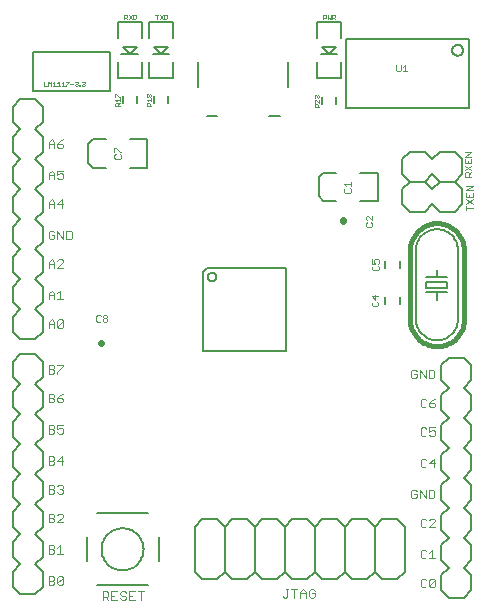
<source format=gto>
G75*
G70*
%OFA0B0*%
%FSLAX24Y24*%
%IPPOS*%
%LPD*%
%AMOC8*
5,1,8,0,0,1.08239X$1,22.5*
%
%ADD10C,0.0030*%
%ADD11C,0.0060*%
%ADD12C,0.0160*%
%ADD13C,0.0020*%
%ADD14C,0.0010*%
%ADD15C,0.0080*%
%ADD16C,0.0220*%
D10*
X001676Y000956D02*
X001821Y000956D01*
X001870Y001004D01*
X001870Y001053D01*
X001821Y001101D01*
X001676Y001101D01*
X001676Y000956D02*
X001676Y001246D01*
X001821Y001246D01*
X001870Y001198D01*
X001870Y001150D01*
X001821Y001101D01*
X001971Y001004D02*
X002164Y001198D01*
X002164Y001004D01*
X002116Y000956D01*
X002019Y000956D01*
X001971Y001004D01*
X001971Y001198D01*
X002019Y001246D01*
X002116Y001246D01*
X002164Y001198D01*
X002164Y001996D02*
X001971Y001996D01*
X002067Y001996D02*
X002067Y002286D01*
X001971Y002190D01*
X001870Y002190D02*
X001821Y002141D01*
X001676Y002141D01*
X001676Y001996D02*
X001821Y001996D01*
X001870Y002044D01*
X001870Y002093D01*
X001821Y002141D01*
X001870Y002190D02*
X001870Y002238D01*
X001821Y002286D01*
X001676Y002286D01*
X001676Y001996D01*
X001676Y003036D02*
X001821Y003036D01*
X001870Y003084D01*
X001870Y003133D01*
X001821Y003181D01*
X001676Y003181D01*
X001676Y003036D02*
X001676Y003326D01*
X001821Y003326D01*
X001870Y003278D01*
X001870Y003230D01*
X001821Y003181D01*
X001971Y003278D02*
X002019Y003326D01*
X002116Y003326D01*
X002164Y003278D01*
X002164Y003230D01*
X001971Y003036D01*
X002164Y003036D01*
X002116Y003996D02*
X002019Y003996D01*
X001971Y004044D01*
X001870Y004044D02*
X001870Y004093D01*
X001821Y004141D01*
X001676Y004141D01*
X001676Y003996D02*
X001821Y003996D01*
X001870Y004044D01*
X001821Y004141D02*
X001870Y004190D01*
X001870Y004238D01*
X001821Y004286D01*
X001676Y004286D01*
X001676Y003996D01*
X001971Y004238D02*
X002019Y004286D01*
X002116Y004286D01*
X002164Y004238D01*
X002164Y004190D01*
X002116Y004141D01*
X002164Y004093D01*
X002164Y004044D01*
X002116Y003996D01*
X002116Y004141D02*
X002067Y004141D01*
X002116Y004956D02*
X002116Y005246D01*
X001971Y005101D01*
X002164Y005101D01*
X001870Y005053D02*
X001870Y005004D01*
X001821Y004956D01*
X001676Y004956D01*
X001676Y005246D01*
X001821Y005246D01*
X001870Y005198D01*
X001870Y005150D01*
X001821Y005101D01*
X001676Y005101D01*
X001821Y005101D02*
X001870Y005053D01*
X001821Y005996D02*
X001676Y005996D01*
X001676Y006286D01*
X001821Y006286D01*
X001870Y006238D01*
X001870Y006190D01*
X001821Y006141D01*
X001676Y006141D01*
X001821Y006141D02*
X001870Y006093D01*
X001870Y006044D01*
X001821Y005996D01*
X001971Y006044D02*
X002019Y005996D01*
X002116Y005996D01*
X002164Y006044D01*
X002164Y006141D01*
X002116Y006190D01*
X002067Y006190D01*
X001971Y006141D01*
X001971Y006286D01*
X002164Y006286D01*
X002116Y007036D02*
X002164Y007084D01*
X002164Y007133D01*
X002116Y007181D01*
X001971Y007181D01*
X001971Y007084D01*
X002019Y007036D01*
X002116Y007036D01*
X001971Y007181D02*
X002067Y007278D01*
X002164Y007326D01*
X001870Y007278D02*
X001870Y007230D01*
X001821Y007181D01*
X001676Y007181D01*
X001676Y007036D02*
X001676Y007326D01*
X001821Y007326D01*
X001870Y007278D01*
X001821Y007181D02*
X001870Y007133D01*
X001870Y007084D01*
X001821Y007036D01*
X001676Y007036D01*
X001676Y007996D02*
X001821Y007996D01*
X001870Y008044D01*
X001870Y008093D01*
X001821Y008141D01*
X001676Y008141D01*
X001676Y007996D02*
X001676Y008286D01*
X001821Y008286D01*
X001870Y008238D01*
X001870Y008190D01*
X001821Y008141D01*
X001971Y008044D02*
X001971Y007996D01*
X001971Y008044D02*
X002164Y008238D01*
X002164Y008286D01*
X001971Y008286D01*
X002019Y009516D02*
X001971Y009564D01*
X002164Y009758D01*
X002164Y009564D01*
X002116Y009516D01*
X002019Y009516D01*
X001971Y009564D02*
X001971Y009758D01*
X002019Y009806D01*
X002116Y009806D01*
X002164Y009758D01*
X001870Y009710D02*
X001870Y009516D01*
X001870Y009661D02*
X001676Y009661D01*
X001676Y009710D02*
X001773Y009806D01*
X001870Y009710D01*
X001676Y009710D02*
X001676Y009516D01*
X001676Y010476D02*
X001676Y010670D01*
X001773Y010766D01*
X001870Y010670D01*
X001870Y010476D01*
X001971Y010476D02*
X002164Y010476D01*
X002067Y010476D02*
X002067Y010766D01*
X001971Y010670D01*
X001870Y010621D02*
X001676Y010621D01*
X001676Y011516D02*
X001676Y011710D01*
X001773Y011806D01*
X001870Y011710D01*
X001870Y011516D01*
X001971Y011516D02*
X002164Y011710D01*
X002164Y011758D01*
X002116Y011806D01*
X002019Y011806D01*
X001971Y011758D01*
X001870Y011661D02*
X001676Y011661D01*
X001971Y011516D02*
X002164Y011516D01*
X002164Y012476D02*
X002164Y012766D01*
X002265Y012766D02*
X002411Y012766D01*
X002459Y012718D01*
X002459Y012524D01*
X002411Y012476D01*
X002265Y012476D01*
X002265Y012766D01*
X001971Y012766D02*
X001971Y012476D01*
X001870Y012524D02*
X001870Y012621D01*
X001773Y012621D01*
X001870Y012524D02*
X001821Y012476D01*
X001724Y012476D01*
X001676Y012524D01*
X001676Y012718D01*
X001724Y012766D01*
X001821Y012766D01*
X001870Y012718D01*
X001971Y012766D02*
X002164Y012476D01*
X002116Y013516D02*
X002116Y013806D01*
X001971Y013661D01*
X002164Y013661D01*
X001870Y013661D02*
X001676Y013661D01*
X001676Y013710D02*
X001773Y013806D01*
X001870Y013710D01*
X001870Y013516D01*
X001676Y013516D02*
X001676Y013710D01*
X001676Y014476D02*
X001676Y014670D01*
X001773Y014766D01*
X001870Y014670D01*
X001870Y014476D01*
X001971Y014524D02*
X002019Y014476D01*
X002116Y014476D01*
X002164Y014524D01*
X002164Y014621D01*
X002116Y014670D01*
X002067Y014670D01*
X001971Y014621D01*
X001971Y014766D01*
X002164Y014766D01*
X001870Y014621D02*
X001676Y014621D01*
X001676Y015516D02*
X001676Y015710D01*
X001773Y015806D01*
X001870Y015710D01*
X001870Y015516D01*
X001971Y015564D02*
X002019Y015516D01*
X002116Y015516D01*
X002164Y015564D01*
X002164Y015613D01*
X002116Y015661D01*
X001971Y015661D01*
X001971Y015564D01*
X001971Y015661D02*
X002067Y015758D01*
X002164Y015806D01*
X001870Y015661D02*
X001676Y015661D01*
X009573Y000816D02*
X009670Y000816D01*
X009621Y000816D02*
X009621Y000574D01*
X009573Y000526D01*
X009524Y000526D01*
X009476Y000574D01*
X009771Y000816D02*
X009964Y000816D01*
X009867Y000816D02*
X009867Y000526D01*
X010065Y000526D02*
X010065Y000720D01*
X010162Y000816D01*
X010259Y000720D01*
X010259Y000526D01*
X010360Y000574D02*
X010408Y000526D01*
X010505Y000526D01*
X010554Y000574D01*
X010554Y000671D01*
X010457Y000671D01*
X010554Y000768D02*
X010505Y000816D01*
X010408Y000816D01*
X010360Y000768D01*
X010360Y000574D01*
X010259Y000671D02*
X010065Y000671D01*
X013756Y003884D02*
X013804Y003836D01*
X013901Y003836D01*
X013950Y003884D01*
X013950Y003981D01*
X013853Y003981D01*
X013756Y004078D02*
X013756Y003884D01*
X013756Y004078D02*
X013804Y004126D01*
X013901Y004126D01*
X013950Y004078D01*
X014051Y004126D02*
X014244Y003836D01*
X014244Y004126D01*
X014345Y004126D02*
X014491Y004126D01*
X014539Y004078D01*
X014539Y003884D01*
X014491Y003836D01*
X014345Y003836D01*
X014345Y004126D01*
X014051Y004126D02*
X014051Y003836D01*
X014124Y003166D02*
X014076Y003118D01*
X014076Y002924D01*
X014124Y002876D01*
X014221Y002876D01*
X014270Y002924D01*
X014371Y002876D02*
X014564Y003070D01*
X014564Y003118D01*
X014516Y003166D01*
X014419Y003166D01*
X014371Y003118D01*
X014270Y003118D02*
X014221Y003166D01*
X014124Y003166D01*
X014371Y002876D02*
X014564Y002876D01*
X014467Y002126D02*
X014467Y001836D01*
X014371Y001836D02*
X014564Y001836D01*
X014371Y002030D02*
X014467Y002126D01*
X014270Y002078D02*
X014221Y002126D01*
X014124Y002126D01*
X014076Y002078D01*
X014076Y001884D01*
X014124Y001836D01*
X014221Y001836D01*
X014270Y001884D01*
X014221Y001166D02*
X014124Y001166D01*
X014076Y001118D01*
X014076Y000924D01*
X014124Y000876D01*
X014221Y000876D01*
X014270Y000924D01*
X014371Y000924D02*
X014371Y001118D01*
X014419Y001166D01*
X014516Y001166D01*
X014564Y001118D01*
X014371Y000924D01*
X014419Y000876D01*
X014516Y000876D01*
X014564Y000924D01*
X014564Y001118D01*
X014270Y001118D02*
X014221Y001166D01*
X014221Y004876D02*
X014124Y004876D01*
X014076Y004924D01*
X014076Y005118D01*
X014124Y005166D01*
X014221Y005166D01*
X014270Y005118D01*
X014371Y005021D02*
X014564Y005021D01*
X014516Y004876D02*
X014516Y005166D01*
X014371Y005021D01*
X014270Y004924D02*
X014221Y004876D01*
X014221Y005916D02*
X014124Y005916D01*
X014076Y005964D01*
X014076Y006158D01*
X014124Y006206D01*
X014221Y006206D01*
X014270Y006158D01*
X014371Y006206D02*
X014371Y006061D01*
X014467Y006110D01*
X014516Y006110D01*
X014564Y006061D01*
X014564Y005964D01*
X014516Y005916D01*
X014419Y005916D01*
X014371Y005964D01*
X014270Y005964D02*
X014221Y005916D01*
X014371Y006206D02*
X014564Y006206D01*
X014516Y006876D02*
X014419Y006876D01*
X014371Y006924D01*
X014371Y007021D01*
X014516Y007021D01*
X014564Y006973D01*
X014564Y006924D01*
X014516Y006876D01*
X014371Y007021D02*
X014467Y007118D01*
X014564Y007166D01*
X014270Y007118D02*
X014221Y007166D01*
X014124Y007166D01*
X014076Y007118D01*
X014076Y006924D01*
X014124Y006876D01*
X014221Y006876D01*
X014270Y006924D01*
X014244Y007836D02*
X014244Y008126D01*
X014345Y008126D02*
X014345Y007836D01*
X014491Y007836D01*
X014539Y007884D01*
X014539Y008078D01*
X014491Y008126D01*
X014345Y008126D01*
X014051Y008126D02*
X014244Y007836D01*
X014051Y007836D02*
X014051Y008126D01*
X013950Y008078D02*
X013901Y008126D01*
X013804Y008126D01*
X013756Y008078D01*
X013756Y007884D01*
X013804Y007836D01*
X013901Y007836D01*
X013950Y007884D01*
X013950Y007981D01*
X013853Y007981D01*
X004848Y000746D02*
X004655Y000746D01*
X004751Y000746D02*
X004751Y000456D01*
X004554Y000456D02*
X004360Y000456D01*
X004360Y000746D01*
X004554Y000746D01*
X004457Y000601D02*
X004360Y000601D01*
X004259Y000553D02*
X004259Y000504D01*
X004211Y000456D01*
X004114Y000456D01*
X004065Y000504D01*
X004114Y000601D02*
X004065Y000650D01*
X004065Y000698D01*
X004114Y000746D01*
X004211Y000746D01*
X004259Y000698D01*
X004211Y000601D02*
X004259Y000553D01*
X004211Y000601D02*
X004114Y000601D01*
X003964Y000456D02*
X003771Y000456D01*
X003771Y000746D01*
X003964Y000746D01*
X003867Y000601D02*
X003771Y000601D01*
X003670Y000601D02*
X003670Y000698D01*
X003621Y000746D01*
X003476Y000746D01*
X003476Y000456D01*
X003476Y000553D02*
X003621Y000553D01*
X003670Y000601D01*
X003573Y000553D02*
X003670Y000456D01*
D11*
X006541Y001391D02*
X006541Y002891D01*
X006791Y003141D01*
X007291Y003141D01*
X007541Y002891D01*
X007541Y001391D01*
X007291Y001141D01*
X006791Y001141D01*
X006541Y001391D01*
X007541Y001391D02*
X007791Y001141D01*
X008291Y001141D01*
X008541Y001391D01*
X008541Y002891D01*
X008291Y003141D01*
X007791Y003141D01*
X007541Y002891D01*
X008541Y002891D02*
X008791Y003141D01*
X009291Y003141D01*
X009541Y002891D01*
X009541Y001391D01*
X009291Y001141D01*
X008791Y001141D01*
X008541Y001391D01*
X009541Y001391D02*
X009791Y001141D01*
X010291Y001141D01*
X010541Y001391D01*
X010541Y002891D01*
X010291Y003141D01*
X009791Y003141D01*
X009541Y002891D01*
X010541Y002891D02*
X010791Y003141D01*
X011291Y003141D01*
X011541Y002891D01*
X011541Y001391D01*
X011291Y001141D01*
X010791Y001141D01*
X010541Y001391D01*
X011541Y001391D02*
X011791Y001141D01*
X012291Y001141D01*
X012541Y001391D01*
X012541Y002891D01*
X012291Y003141D01*
X011791Y003141D01*
X011541Y002891D01*
X012541Y002891D02*
X012791Y003141D01*
X013291Y003141D01*
X013541Y002891D01*
X013541Y001391D01*
X013291Y001141D01*
X012791Y001141D01*
X012541Y001391D01*
X009581Y008761D02*
X006821Y008761D01*
X006821Y011381D01*
X006961Y011521D01*
X009581Y011521D01*
X009581Y008761D01*
X006980Y011221D02*
X006982Y011244D01*
X006988Y011267D01*
X006997Y011288D01*
X007010Y011308D01*
X007026Y011325D01*
X007044Y011339D01*
X007064Y011350D01*
X007086Y011358D01*
X007109Y011362D01*
X007133Y011362D01*
X007156Y011358D01*
X007178Y011350D01*
X007198Y011339D01*
X007216Y011325D01*
X007232Y011308D01*
X007245Y011288D01*
X007254Y011267D01*
X007260Y011244D01*
X007262Y011221D01*
X007260Y011198D01*
X007254Y011175D01*
X007245Y011154D01*
X007232Y011134D01*
X007216Y011117D01*
X007198Y011103D01*
X007178Y011092D01*
X007156Y011084D01*
X007133Y011080D01*
X007109Y011080D01*
X007086Y011084D01*
X007064Y011092D01*
X007044Y011103D01*
X007026Y011117D01*
X007010Y011134D01*
X006997Y011154D01*
X006988Y011175D01*
X006982Y011198D01*
X006980Y011221D01*
X005657Y017023D02*
X005657Y017259D01*
X005185Y017259D02*
X005185Y017023D01*
X004617Y017023D02*
X004617Y017259D01*
X004145Y017259D02*
X004145Y017023D01*
X010785Y016983D02*
X010785Y017219D01*
X011257Y017219D02*
X011257Y016983D01*
X011594Y016860D02*
X011594Y019163D01*
X015688Y019163D01*
X015688Y016860D01*
X011594Y016860D01*
X015123Y018779D02*
X015125Y018805D01*
X015131Y018831D01*
X015140Y018856D01*
X015153Y018879D01*
X015169Y018900D01*
X015188Y018918D01*
X015210Y018934D01*
X015233Y018946D01*
X015258Y018954D01*
X015284Y018959D01*
X015311Y018960D01*
X015337Y018957D01*
X015362Y018950D01*
X015387Y018940D01*
X015409Y018926D01*
X015430Y018909D01*
X015447Y018890D01*
X015462Y018868D01*
X015473Y018844D01*
X015481Y018818D01*
X015485Y018792D01*
X015485Y018766D01*
X015481Y018740D01*
X015473Y018714D01*
X015462Y018690D01*
X015447Y018668D01*
X015430Y018649D01*
X015409Y018632D01*
X015387Y018618D01*
X015362Y018608D01*
X015337Y018601D01*
X015311Y018598D01*
X015284Y018599D01*
X015258Y018604D01*
X015233Y018612D01*
X015210Y018624D01*
X015188Y018640D01*
X015169Y018658D01*
X015153Y018679D01*
X015140Y018702D01*
X015131Y018727D01*
X015125Y018753D01*
X015123Y018779D01*
X015321Y012111D02*
X015321Y009811D01*
X014971Y010711D02*
X014621Y010711D01*
X014621Y010461D01*
X014621Y010711D02*
X014271Y010711D01*
X014271Y010861D02*
X014971Y010861D01*
X014971Y011061D01*
X014271Y011061D01*
X014271Y010861D01*
X014271Y011211D02*
X014621Y011211D01*
X014621Y011461D01*
X014621Y011211D02*
X014971Y011211D01*
X015321Y012111D02*
X015319Y012162D01*
X015314Y012213D01*
X015304Y012263D01*
X015291Y012313D01*
X015275Y012361D01*
X015255Y012408D01*
X015231Y012454D01*
X015205Y012497D01*
X015175Y012539D01*
X015142Y012578D01*
X015107Y012615D01*
X015069Y012649D01*
X015028Y012680D01*
X014986Y012709D01*
X014941Y012734D01*
X014895Y012755D01*
X014847Y012774D01*
X014798Y012788D01*
X014748Y012799D01*
X014698Y012807D01*
X014647Y012811D01*
X014595Y012811D01*
X014544Y012807D01*
X014494Y012799D01*
X014444Y012788D01*
X014395Y012774D01*
X014347Y012755D01*
X014301Y012734D01*
X014256Y012709D01*
X014214Y012680D01*
X014173Y012649D01*
X014135Y012615D01*
X014100Y012578D01*
X014067Y012539D01*
X014037Y012497D01*
X014011Y012454D01*
X013987Y012408D01*
X013967Y012361D01*
X013951Y012313D01*
X013938Y012263D01*
X013928Y012213D01*
X013923Y012162D01*
X013921Y012111D01*
X013921Y009811D01*
X013377Y010323D02*
X013377Y010559D01*
X012905Y010559D02*
X012905Y010323D01*
X012905Y011513D02*
X012905Y011749D01*
X013377Y011749D02*
X013377Y011513D01*
X013921Y009811D02*
X013923Y009760D01*
X013928Y009709D01*
X013938Y009659D01*
X013951Y009609D01*
X013967Y009561D01*
X013987Y009514D01*
X014011Y009468D01*
X014037Y009425D01*
X014067Y009383D01*
X014100Y009344D01*
X014135Y009307D01*
X014173Y009273D01*
X014214Y009242D01*
X014256Y009213D01*
X014301Y009188D01*
X014347Y009167D01*
X014395Y009148D01*
X014444Y009134D01*
X014494Y009123D01*
X014544Y009115D01*
X014595Y009111D01*
X014647Y009111D01*
X014698Y009115D01*
X014748Y009123D01*
X014798Y009134D01*
X014847Y009148D01*
X014895Y009167D01*
X014941Y009188D01*
X014986Y009213D01*
X015028Y009242D01*
X015069Y009273D01*
X015107Y009307D01*
X015142Y009344D01*
X015175Y009383D01*
X015205Y009425D01*
X015231Y009468D01*
X015255Y009514D01*
X015275Y009561D01*
X015291Y009609D01*
X015304Y009659D01*
X015314Y009709D01*
X015319Y009760D01*
X015321Y009811D01*
D12*
X015521Y009811D02*
X015521Y012111D01*
X015519Y012170D01*
X015513Y012228D01*
X015504Y012287D01*
X015490Y012344D01*
X015473Y012400D01*
X015452Y012455D01*
X015428Y012509D01*
X015400Y012561D01*
X015369Y012611D01*
X015335Y012659D01*
X015298Y012704D01*
X015257Y012747D01*
X015214Y012788D01*
X015169Y012825D01*
X015121Y012859D01*
X015071Y012890D01*
X015019Y012918D01*
X014965Y012942D01*
X014910Y012963D01*
X014854Y012980D01*
X014797Y012994D01*
X014738Y013003D01*
X014680Y013009D01*
X014621Y013011D01*
X014562Y013009D01*
X014504Y013003D01*
X014445Y012994D01*
X014388Y012980D01*
X014332Y012963D01*
X014277Y012942D01*
X014223Y012918D01*
X014171Y012890D01*
X014121Y012859D01*
X014073Y012825D01*
X014028Y012788D01*
X013985Y012747D01*
X013944Y012704D01*
X013907Y012659D01*
X013873Y012611D01*
X013842Y012561D01*
X013814Y012509D01*
X013790Y012455D01*
X013769Y012400D01*
X013752Y012344D01*
X013738Y012287D01*
X013729Y012228D01*
X013723Y012170D01*
X013721Y012111D01*
X013721Y009811D01*
X013723Y009752D01*
X013729Y009694D01*
X013738Y009635D01*
X013752Y009578D01*
X013769Y009522D01*
X013790Y009467D01*
X013814Y009413D01*
X013842Y009361D01*
X013873Y009311D01*
X013907Y009263D01*
X013944Y009218D01*
X013985Y009175D01*
X014028Y009134D01*
X014073Y009097D01*
X014121Y009063D01*
X014171Y009032D01*
X014223Y009004D01*
X014277Y008980D01*
X014332Y008959D01*
X014388Y008942D01*
X014445Y008928D01*
X014504Y008919D01*
X014562Y008913D01*
X014621Y008911D01*
X014680Y008913D01*
X014738Y008919D01*
X014797Y008928D01*
X014854Y008942D01*
X014910Y008959D01*
X014965Y008980D01*
X015019Y009004D01*
X015071Y009032D01*
X015121Y009063D01*
X015169Y009097D01*
X015214Y009134D01*
X015257Y009175D01*
X015298Y009218D01*
X015335Y009263D01*
X015369Y009311D01*
X015400Y009361D01*
X015428Y009413D01*
X015452Y009467D01*
X015473Y009522D01*
X015490Y009578D01*
X015504Y009635D01*
X015513Y009694D01*
X015519Y009752D01*
X015521Y009811D01*
D13*
X012671Y010278D02*
X012671Y010351D01*
X012634Y010388D01*
X012561Y010462D02*
X012561Y010609D01*
X012451Y010572D02*
X012561Y010462D01*
X012488Y010388D02*
X012451Y010351D01*
X012451Y010278D01*
X012488Y010241D01*
X012634Y010241D01*
X012671Y010278D01*
X012671Y010572D02*
X012451Y010572D01*
X012498Y011441D02*
X012644Y011441D01*
X012681Y011478D01*
X012681Y011551D01*
X012644Y011588D01*
X012644Y011662D02*
X012681Y011699D01*
X012681Y011772D01*
X012644Y011809D01*
X012571Y011809D01*
X012534Y011772D01*
X012534Y011735D01*
X012571Y011662D01*
X012461Y011662D01*
X012461Y011809D01*
X012498Y011588D02*
X012461Y011551D01*
X012461Y011478D01*
X012498Y011441D01*
X012434Y012891D02*
X012288Y012891D01*
X012251Y012928D01*
X012251Y013001D01*
X012288Y013038D01*
X012288Y013112D02*
X012251Y013149D01*
X012251Y013222D01*
X012288Y013259D01*
X012324Y013259D01*
X012471Y013112D01*
X012471Y013259D01*
X012434Y013038D02*
X012471Y013001D01*
X012471Y012928D01*
X012434Y012891D01*
X011711Y014031D02*
X011747Y014068D01*
X011747Y014141D01*
X011711Y014178D01*
X011747Y014252D02*
X011747Y014399D01*
X011747Y014325D02*
X011527Y014325D01*
X011601Y014252D01*
X011564Y014178D02*
X011527Y014141D01*
X011527Y014068D01*
X011564Y014031D01*
X011711Y014031D01*
X013306Y018081D02*
X013379Y018081D01*
X013416Y018118D01*
X013416Y018301D01*
X013490Y018228D02*
X013564Y018301D01*
X013564Y018081D01*
X013637Y018081D02*
X013490Y018081D01*
X013306Y018081D02*
X013269Y018118D01*
X013269Y018301D01*
X015551Y015371D02*
X015771Y015371D01*
X015551Y015224D01*
X015771Y015224D01*
X015771Y015150D02*
X015771Y015003D01*
X015551Y015003D01*
X015551Y015150D01*
X015661Y015076D02*
X015661Y015003D01*
X015551Y014929D02*
X015771Y014782D01*
X015771Y014708D02*
X015698Y014634D01*
X015698Y014671D02*
X015698Y014561D01*
X015771Y014561D02*
X015551Y014561D01*
X015551Y014671D01*
X015588Y014708D01*
X015661Y014708D01*
X015698Y014671D01*
X015551Y014782D02*
X015771Y014929D01*
X015811Y014251D02*
X015591Y014251D01*
X015591Y014104D02*
X015811Y014251D01*
X015811Y014104D02*
X015591Y014104D01*
X015591Y014030D02*
X015591Y013883D01*
X015811Y013883D01*
X015811Y014030D01*
X015701Y013956D02*
X015701Y013883D01*
X015591Y013809D02*
X015811Y013662D01*
X015811Y013809D02*
X015591Y013662D01*
X015591Y013588D02*
X015591Y013441D01*
X015591Y013514D02*
X015811Y013514D01*
X004091Y015198D02*
X004091Y015271D01*
X004054Y015308D01*
X004054Y015382D02*
X004091Y015382D01*
X004054Y015382D02*
X003908Y015529D01*
X003871Y015529D01*
X003871Y015382D01*
X003908Y015308D02*
X003871Y015271D01*
X003871Y015198D01*
X003908Y015161D01*
X004054Y015161D01*
X004091Y015198D01*
X003602Y009951D02*
X003529Y009951D01*
X003492Y009915D01*
X003492Y009878D01*
X003529Y009841D01*
X003602Y009841D01*
X003639Y009804D01*
X003639Y009768D01*
X003602Y009731D01*
X003529Y009731D01*
X003492Y009768D01*
X003492Y009804D01*
X003529Y009841D01*
X003602Y009841D02*
X003639Y009878D01*
X003639Y009915D01*
X003602Y009951D01*
X003418Y009915D02*
X003381Y009951D01*
X003308Y009951D01*
X003271Y009915D01*
X003271Y009768D01*
X003308Y009731D01*
X003381Y009731D01*
X003418Y009768D01*
D14*
X003901Y016926D02*
X003901Y017001D01*
X003926Y017026D01*
X003976Y017026D01*
X004001Y017001D01*
X004001Y016926D01*
X004051Y016926D02*
X003901Y016926D01*
X004001Y016976D02*
X004051Y017026D01*
X004051Y017073D02*
X004051Y017174D01*
X004051Y017221D02*
X004026Y017221D01*
X003926Y017321D01*
X003901Y017321D01*
X003901Y017221D01*
X003901Y017123D02*
X004051Y017123D01*
X003951Y017073D02*
X003901Y017123D01*
X002874Y017606D02*
X002849Y017581D01*
X002799Y017581D01*
X002774Y017606D01*
X002725Y017606D02*
X002725Y017581D01*
X002700Y017581D01*
X002700Y017606D01*
X002725Y017606D01*
X002653Y017606D02*
X002628Y017581D01*
X002578Y017581D01*
X002553Y017606D01*
X002506Y017656D02*
X002405Y017656D01*
X002358Y017706D02*
X002258Y017606D01*
X002258Y017581D01*
X002211Y017581D02*
X002111Y017581D01*
X002064Y017581D02*
X001964Y017581D01*
X001916Y017581D02*
X001816Y017581D01*
X001769Y017581D02*
X001769Y017731D01*
X001719Y017681D01*
X001669Y017731D01*
X001669Y017581D01*
X001622Y017581D02*
X001522Y017581D01*
X001522Y017731D01*
X001816Y017681D02*
X001866Y017731D01*
X001866Y017581D01*
X001964Y017681D02*
X002014Y017731D01*
X002014Y017581D01*
X002111Y017681D02*
X002161Y017731D01*
X002161Y017581D01*
X002258Y017731D02*
X002358Y017731D01*
X002358Y017706D01*
X002553Y017706D02*
X002578Y017731D01*
X002628Y017731D01*
X002653Y017706D01*
X002653Y017681D01*
X002628Y017656D01*
X002653Y017631D01*
X002653Y017606D01*
X002628Y017656D02*
X002603Y017656D01*
X002774Y017706D02*
X002799Y017731D01*
X002849Y017731D01*
X002874Y017706D01*
X002874Y017681D01*
X002849Y017656D01*
X002874Y017631D01*
X002874Y017606D01*
X002849Y017656D02*
X002824Y017656D01*
X004196Y019816D02*
X004196Y019966D01*
X004271Y019966D01*
X004296Y019941D01*
X004296Y019891D01*
X004271Y019866D01*
X004196Y019866D01*
X004246Y019866D02*
X004296Y019816D01*
X004343Y019816D02*
X004444Y019966D01*
X004491Y019966D02*
X004566Y019966D01*
X004591Y019941D01*
X004591Y019841D01*
X004566Y019816D01*
X004491Y019816D01*
X004491Y019966D01*
X004343Y019966D02*
X004444Y019816D01*
X005236Y019966D02*
X005336Y019966D01*
X005383Y019966D02*
X005484Y019816D01*
X005531Y019816D02*
X005606Y019816D01*
X005631Y019841D01*
X005631Y019941D01*
X005606Y019966D01*
X005531Y019966D01*
X005531Y019816D01*
X005383Y019816D02*
X005484Y019966D01*
X005286Y019966D02*
X005286Y019816D01*
X005066Y017321D02*
X005041Y017321D01*
X005016Y017296D01*
X005016Y017246D01*
X004991Y017221D01*
X004966Y017221D01*
X004941Y017246D01*
X004941Y017296D01*
X004966Y017321D01*
X004991Y017321D01*
X005016Y017296D01*
X005016Y017246D02*
X005041Y017221D01*
X005066Y017221D01*
X005091Y017246D01*
X005091Y017296D01*
X005066Y017321D01*
X005091Y017174D02*
X005091Y017073D01*
X005091Y017026D02*
X005041Y016976D01*
X005041Y017001D02*
X005041Y016926D01*
X005091Y016926D02*
X004941Y016926D01*
X004941Y017001D01*
X004966Y017026D01*
X005016Y017026D01*
X005041Y017001D01*
X004991Y017073D02*
X004941Y017123D01*
X005091Y017123D01*
X010541Y017108D02*
X010541Y017058D01*
X010566Y017033D01*
X010566Y016986D02*
X010616Y016986D01*
X010641Y016961D01*
X010641Y016886D01*
X010691Y016886D02*
X010541Y016886D01*
X010541Y016961D01*
X010566Y016986D01*
X010641Y016936D02*
X010691Y016986D01*
X010691Y017033D02*
X010591Y017134D01*
X010566Y017134D01*
X010541Y017108D01*
X010566Y017181D02*
X010541Y017206D01*
X010541Y017256D01*
X010566Y017281D01*
X010591Y017281D01*
X010616Y017256D01*
X010641Y017281D01*
X010666Y017281D01*
X010691Y017256D01*
X010691Y017206D01*
X010666Y017181D01*
X010691Y017134D02*
X010691Y017033D01*
X010616Y017231D02*
X010616Y017256D01*
X010836Y019816D02*
X010836Y019966D01*
X010911Y019966D01*
X010936Y019941D01*
X010936Y019891D01*
X010911Y019866D01*
X010836Y019866D01*
X010983Y019816D02*
X010983Y019966D01*
X011084Y019966D02*
X011084Y019816D01*
X011033Y019866D01*
X010983Y019816D01*
X011131Y019816D02*
X011131Y019966D01*
X011206Y019966D01*
X011231Y019941D01*
X011231Y019891D01*
X011206Y019866D01*
X011131Y019866D01*
X011181Y019866D02*
X011231Y019816D01*
D15*
X000481Y000891D02*
X000731Y000641D01*
X001231Y000641D01*
X001481Y000891D01*
X001481Y001391D01*
X001231Y001641D01*
X001481Y001891D01*
X001481Y002391D01*
X001231Y002641D01*
X001481Y002891D01*
X001481Y003391D01*
X001231Y003641D01*
X001481Y003891D01*
X001481Y004391D01*
X001231Y004641D01*
X001481Y004891D01*
X001481Y005391D01*
X001231Y005641D01*
X001481Y005891D01*
X001481Y006391D01*
X001231Y006641D01*
X001481Y006891D01*
X001481Y007391D01*
X001231Y007641D01*
X001481Y007891D01*
X001481Y008391D01*
X001231Y008641D01*
X000731Y008641D01*
X000481Y008391D01*
X000481Y007891D01*
X000731Y007641D01*
X000481Y007391D01*
X000481Y006891D01*
X000731Y006641D01*
X000481Y006391D01*
X000481Y005891D01*
X000731Y005641D01*
X000481Y005391D01*
X000481Y004891D01*
X000731Y004641D01*
X000481Y004391D01*
X000481Y003891D01*
X000731Y003641D01*
X000481Y003391D01*
X000481Y002891D01*
X000731Y002641D01*
X000481Y002391D01*
X000481Y001891D01*
X000731Y001641D01*
X000481Y001391D01*
X000481Y000891D01*
X002941Y001748D02*
X002941Y002541D01*
X003291Y003341D02*
X004991Y003341D01*
X005341Y002541D02*
X005341Y001736D01*
X004991Y000941D02*
X003291Y000941D01*
X003441Y002141D02*
X003443Y002193D01*
X003449Y002245D01*
X003459Y002297D01*
X003472Y002347D01*
X003489Y002397D01*
X003510Y002445D01*
X003535Y002491D01*
X003563Y002535D01*
X003594Y002577D01*
X003628Y002617D01*
X003665Y002654D01*
X003705Y002688D01*
X003747Y002719D01*
X003791Y002747D01*
X003837Y002772D01*
X003885Y002793D01*
X003935Y002810D01*
X003985Y002823D01*
X004037Y002833D01*
X004089Y002839D01*
X004141Y002841D01*
X004193Y002839D01*
X004245Y002833D01*
X004297Y002823D01*
X004347Y002810D01*
X004397Y002793D01*
X004445Y002772D01*
X004491Y002747D01*
X004535Y002719D01*
X004577Y002688D01*
X004617Y002654D01*
X004654Y002617D01*
X004688Y002577D01*
X004719Y002535D01*
X004747Y002491D01*
X004772Y002445D01*
X004793Y002397D01*
X004810Y002347D01*
X004823Y002297D01*
X004833Y002245D01*
X004839Y002193D01*
X004841Y002141D01*
X004839Y002089D01*
X004833Y002037D01*
X004823Y001985D01*
X004810Y001935D01*
X004793Y001885D01*
X004772Y001837D01*
X004747Y001791D01*
X004719Y001747D01*
X004688Y001705D01*
X004654Y001665D01*
X004617Y001628D01*
X004577Y001594D01*
X004535Y001563D01*
X004491Y001535D01*
X004445Y001510D01*
X004397Y001489D01*
X004347Y001472D01*
X004297Y001459D01*
X004245Y001449D01*
X004193Y001443D01*
X004141Y001441D01*
X004089Y001443D01*
X004037Y001449D01*
X003985Y001459D01*
X003935Y001472D01*
X003885Y001489D01*
X003837Y001510D01*
X003791Y001535D01*
X003747Y001563D01*
X003705Y001594D01*
X003665Y001628D01*
X003628Y001665D01*
X003594Y001705D01*
X003563Y001747D01*
X003535Y001791D01*
X003510Y001837D01*
X003489Y001885D01*
X003472Y001935D01*
X003459Y001985D01*
X003449Y002037D01*
X003443Y002089D01*
X003441Y002141D01*
X001231Y009141D02*
X000731Y009141D01*
X000481Y009391D01*
X000481Y009891D01*
X000731Y010141D01*
X000481Y010391D01*
X000481Y010891D01*
X000731Y011141D01*
X000481Y011391D01*
X000481Y011891D01*
X000731Y012141D01*
X000481Y012391D01*
X000481Y012891D01*
X000731Y013141D01*
X000481Y013391D01*
X000481Y013891D01*
X000731Y014141D01*
X000481Y014391D01*
X000481Y014891D01*
X000731Y015141D01*
X000481Y015391D01*
X000481Y015891D01*
X000731Y016141D01*
X000481Y016391D01*
X000481Y016891D01*
X000731Y017141D01*
X001231Y017141D01*
X001481Y016891D01*
X001481Y016391D01*
X001231Y016141D01*
X001481Y015891D01*
X001481Y015391D01*
X001231Y015141D01*
X001481Y014891D01*
X001481Y014391D01*
X001231Y014141D01*
X001481Y013891D01*
X001481Y013391D01*
X001231Y013141D01*
X001481Y012891D01*
X001481Y012391D01*
X001231Y012141D01*
X001481Y011891D01*
X001481Y011391D01*
X001231Y011141D01*
X001481Y010891D01*
X001481Y010391D01*
X001231Y010141D01*
X001481Y009891D01*
X001481Y009391D01*
X001231Y009141D01*
X003154Y014869D02*
X002997Y015026D01*
X002997Y015656D01*
X003154Y015814D01*
X003587Y015814D01*
X004375Y015814D02*
X004965Y015814D01*
X004965Y014869D01*
X004375Y014869D01*
X003587Y014869D02*
X003154Y014869D01*
X003721Y017421D02*
X001141Y017421D01*
X001141Y018721D01*
X003721Y018721D01*
X003721Y017421D01*
X003987Y017836D02*
X003987Y018387D01*
X004106Y018663D02*
X004381Y018663D01*
X004145Y018899D01*
X004617Y018899D01*
X004381Y018663D01*
X004657Y018663D01*
X004775Y018387D02*
X004775Y017836D01*
X003987Y017836D01*
X005027Y017836D02*
X005027Y018387D01*
X005146Y018663D02*
X005421Y018663D01*
X005185Y018899D01*
X005657Y018899D01*
X005421Y018663D01*
X005697Y018663D01*
X005815Y018387D02*
X005815Y017836D01*
X005027Y017836D01*
X005027Y019175D02*
X005027Y019726D01*
X005815Y019726D01*
X005815Y019175D01*
X006665Y018393D02*
X006665Y017566D01*
X006941Y016582D02*
X007295Y016582D01*
X009027Y016582D02*
X009382Y016582D01*
X009657Y017566D02*
X009657Y018393D01*
X010627Y018387D02*
X010627Y017836D01*
X011415Y017836D01*
X011415Y018387D01*
X011297Y018663D02*
X011021Y018663D01*
X010785Y018899D01*
X011257Y018899D01*
X011021Y018663D01*
X010746Y018663D01*
X010627Y019175D02*
X010627Y019726D01*
X011415Y019726D01*
X011415Y019175D01*
X013711Y015401D02*
X013461Y015151D01*
X013461Y014651D01*
X013711Y014401D01*
X014211Y014401D01*
X014461Y014651D01*
X014711Y014401D01*
X015211Y014401D01*
X015461Y014651D01*
X015461Y015151D01*
X015211Y015401D01*
X014711Y015401D01*
X014461Y015151D01*
X014211Y015401D01*
X013711Y015401D01*
X013711Y014401D02*
X013461Y014151D01*
X013461Y013651D01*
X013711Y013401D01*
X014211Y013401D01*
X014461Y013651D01*
X014711Y013401D01*
X015211Y013401D01*
X015461Y013651D01*
X015461Y014151D01*
X015211Y014401D01*
X014711Y014401D01*
X014461Y014151D01*
X014211Y014401D01*
X013711Y014401D01*
X012645Y014694D02*
X012645Y013749D01*
X012055Y013749D01*
X011267Y013749D02*
X010834Y013749D01*
X010677Y013906D01*
X010677Y014536D01*
X010834Y014694D01*
X011267Y014694D01*
X012055Y014694D02*
X012645Y014694D01*
X015011Y008521D02*
X015511Y008521D01*
X015761Y008271D01*
X015761Y007771D01*
X015511Y007521D01*
X015761Y007271D01*
X015761Y006771D01*
X015511Y006521D01*
X015761Y006271D01*
X015761Y005771D01*
X015511Y005521D01*
X015761Y005271D01*
X015761Y004771D01*
X015511Y004521D01*
X015761Y004271D01*
X015761Y003771D01*
X015511Y003521D01*
X015761Y003271D01*
X015761Y002771D01*
X015511Y002521D01*
X015761Y002271D01*
X015761Y001771D01*
X015511Y001521D01*
X015761Y001271D01*
X015761Y000771D01*
X015511Y000521D01*
X015011Y000521D01*
X014761Y000771D01*
X014761Y001271D01*
X015011Y001521D01*
X014761Y001771D01*
X014761Y002271D01*
X015011Y002521D01*
X014761Y002771D01*
X014761Y003271D01*
X015011Y003521D01*
X014761Y003771D01*
X014761Y004271D01*
X015011Y004521D01*
X014761Y004771D01*
X014761Y005271D01*
X015011Y005521D01*
X014761Y005771D01*
X014761Y006271D01*
X015011Y006521D01*
X014761Y006771D01*
X014761Y007271D01*
X015011Y007521D01*
X014761Y007771D01*
X014761Y008271D01*
X015011Y008521D01*
X004775Y019175D02*
X004775Y019726D01*
X003987Y019726D01*
X003987Y019175D01*
D16*
X011501Y013113D02*
X011501Y013089D01*
X003433Y009021D02*
X003409Y009021D01*
M02*

</source>
